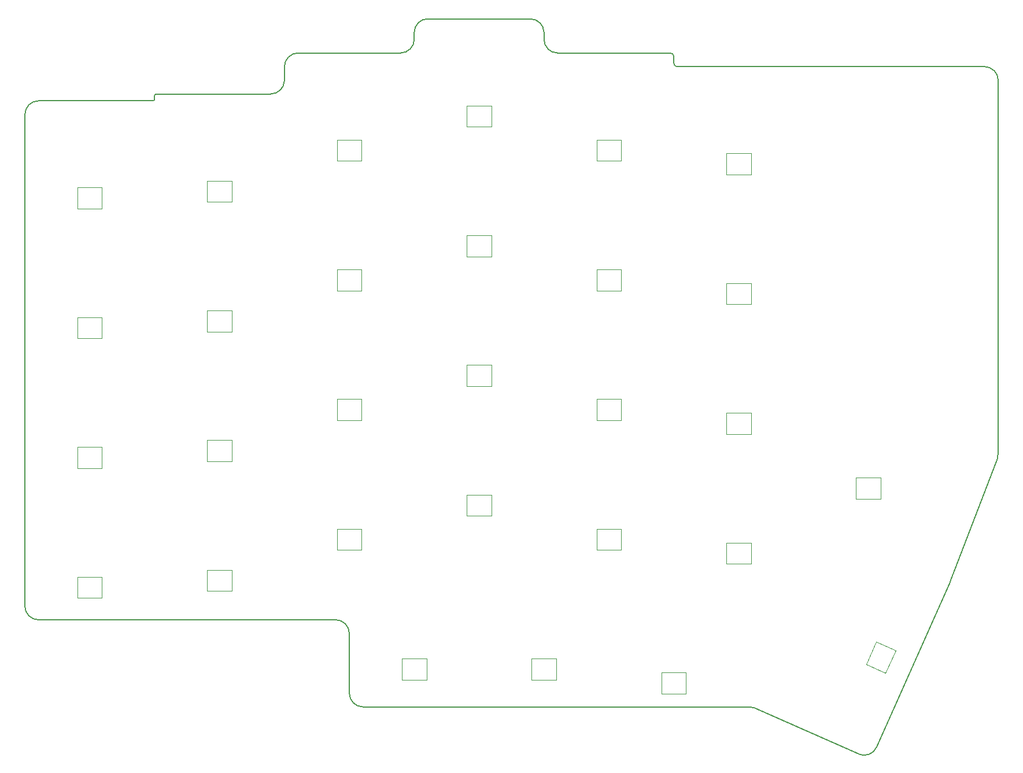
<source format=gbr>
%TF.GenerationSoftware,KiCad,Pcbnew,8.0.6*%
%TF.CreationDate,2024-12-27T20:41:03+01:00*%
%TF.ProjectId,left,6c656674-2e6b-4696-9361-645f70636258,0.1*%
%TF.SameCoordinates,Original*%
%TF.FileFunction,Profile,NP*%
%FSLAX46Y46*%
G04 Gerber Fmt 4.6, Leading zero omitted, Abs format (unit mm)*
G04 Created by KiCad (PCBNEW 8.0.6) date 2024-12-27 20:41:03*
%MOMM*%
%LPD*%
G01*
G04 APERTURE LIST*
%TA.AperFunction,Profile*%
%ADD10C,0.150000*%
%TD*%
%TA.AperFunction,Profile*%
%ADD11C,0.120000*%
%TD*%
G04 APERTURE END LIST*
D10*
X273994253Y-173894581D02*
G75*
G02*
X273952312Y-173996215I-1865053J710181D01*
G01*
X186000000Y-190250136D02*
X186000000Y-181500000D01*
X234000000Y-98500000D02*
X279000000Y-98500000D01*
X260555594Y-199168548D02*
X245413616Y-192426905D01*
X157500000Y-103250000D02*
G75*
G02*
X157250000Y-103500000I-250000J0D01*
G01*
X176500000Y-98500000D02*
G75*
G02*
X178500000Y-96500000I2000000J0D01*
G01*
X279000000Y-98500000D02*
G75*
G02*
X281000000Y-100500000I0J-2000000D01*
G01*
X216500000Y-96500000D02*
G75*
G02*
X214500000Y-94500000I0J2000000D01*
G01*
X140500000Y-179500000D02*
G75*
G02*
X138500000Y-177500000I0J2000000D01*
G01*
X140500000Y-103500000D02*
X157250000Y-103500000D01*
X281000000Y-100500000D02*
X281000000Y-155132033D01*
X233000000Y-96500000D02*
G75*
G02*
X233500000Y-97000000I0J-500000D01*
G01*
X195500000Y-94500000D02*
G75*
G02*
X193500000Y-96500000I-2000000J0D01*
G01*
X195500000Y-94500000D02*
X195500000Y-93500000D01*
X281000000Y-155132033D02*
G75*
G02*
X280869041Y-155843875I-2000300J33D01*
G01*
X216500000Y-96500000D02*
X233000000Y-96500000D01*
X273952311Y-173996215D02*
X263196158Y-198154930D01*
X263196158Y-198154930D02*
G75*
G02*
X260555603Y-199168528I-1827058J813430D01*
G01*
X157750000Y-102500000D02*
X174500000Y-102500000D01*
X280869033Y-155843872D02*
X273994253Y-173894581D01*
X244600279Y-192253996D02*
G75*
G02*
X245413623Y-192426889I-179J-2000404D01*
G01*
X244600279Y-192253996D02*
X187999864Y-192250136D01*
X187999864Y-192250136D02*
G75*
G02*
X186000064Y-190250136I136J1999936D01*
G01*
X184000000Y-179500000D02*
X140500000Y-179500000D01*
X157500000Y-102750000D02*
G75*
G02*
X157750000Y-102500000I250000J0D01*
G01*
X138500000Y-177500000D02*
X138500000Y-105500000D01*
X214500000Y-93500000D02*
X214500000Y-94500000D01*
X184000000Y-179500000D02*
G75*
G02*
X186000000Y-181500000I0J-2000000D01*
G01*
X178500000Y-96500000D02*
X193500000Y-96500000D01*
X197500000Y-91500000D02*
X212500000Y-91500000D01*
X212500000Y-91500000D02*
G75*
G02*
X214500000Y-93500000I0J-2000000D01*
G01*
X157500000Y-103250000D02*
X157500000Y-102750000D01*
X234000000Y-98500000D02*
G75*
G02*
X233500000Y-98000000I0J500000D01*
G01*
X195500000Y-93500000D02*
G75*
G02*
X197500000Y-91500000I2000000J0D01*
G01*
X176500000Y-100500000D02*
G75*
G02*
X174500000Y-102500000I-2000000J0D01*
G01*
X176500000Y-100500000D02*
X176500000Y-98500000D01*
X233500000Y-97000000D02*
X233500000Y-98000000D01*
X138500000Y-105500000D02*
G75*
G02*
X140500000Y-103500000I2000000J0D01*
G01*
%TO.C,LED8*%
D11*
X184200000Y-109200000D02*
X187800000Y-109200000D01*
X187800000Y-112300000D01*
X184200000Y-112300000D01*
X184200000Y-109200000D01*
%TO.C,LED25*%
X244800000Y-152300000D02*
X241200000Y-152300000D01*
X241200000Y-149200000D01*
X244800000Y-149200000D01*
X244800000Y-152300000D01*
%TO.C,LED2*%
X146200000Y-154200000D02*
X149800000Y-154200000D01*
X149800000Y-157300000D01*
X146200000Y-157300000D01*
X146200000Y-154200000D01*
%TO.C,LED5*%
X184200000Y-166200000D02*
X187800000Y-166200000D01*
X187800000Y-169300000D01*
X184200000Y-169300000D01*
X184200000Y-166200000D01*
%TO.C,LED10*%
X222200000Y-147200000D02*
X225800000Y-147200000D01*
X225800000Y-150300000D01*
X222200000Y-150300000D01*
X222200000Y-147200000D01*
%TO.C,LED14*%
X231700000Y-187200000D02*
X235300000Y-187200000D01*
X235300000Y-190300000D01*
X231700000Y-190300000D01*
X231700000Y-187200000D01*
%TO.C,LED4*%
X146200000Y-116200000D02*
X149800000Y-116200000D01*
X149800000Y-119300000D01*
X146200000Y-119300000D01*
X146200000Y-116200000D01*
%TO.C,LED6*%
X184200000Y-147200000D02*
X187800000Y-147200000D01*
X187800000Y-150300000D01*
X184200000Y-150300000D01*
X184200000Y-147200000D01*
%TO.C,LED23*%
X206800000Y-107300000D02*
X203200000Y-107300000D01*
X203200000Y-104200000D01*
X206800000Y-104200000D01*
X206800000Y-107300000D01*
%TO.C,LED7*%
X184200000Y-128200000D02*
X187800000Y-128200000D01*
X187800000Y-131300000D01*
X184200000Y-131300000D01*
X184200000Y-128200000D01*
%TO.C,LED29*%
X265987462Y-184018059D02*
X264523211Y-187306823D01*
X261691220Y-186045939D01*
X263155471Y-182757175D01*
X265987462Y-184018059D01*
%TO.C,LED19*%
X168800000Y-118300000D02*
X165200000Y-118300000D01*
X165200000Y-115200000D01*
X168800000Y-115200000D01*
X168800000Y-118300000D01*
%TO.C,LED28*%
X216300000Y-188300000D02*
X212700000Y-188300000D01*
X212700000Y-185200000D01*
X216300000Y-185200000D01*
X216300000Y-188300000D01*
%TO.C,LED13*%
X193700000Y-185200000D02*
X197300000Y-185200000D01*
X197300000Y-188300000D01*
X193700000Y-188300000D01*
X193700000Y-185200000D01*
%TO.C,LED11*%
X222200000Y-128200000D02*
X225800000Y-128200000D01*
X225800000Y-131300000D01*
X222200000Y-131300000D01*
X222200000Y-128200000D01*
%TO.C,LED9*%
X222200000Y-166200000D02*
X225800000Y-166200000D01*
X225800000Y-169300000D01*
X222200000Y-169300000D01*
X222200000Y-166200000D01*
%TO.C,LED20*%
X206800000Y-164300000D02*
X203200000Y-164300000D01*
X203200000Y-161200000D01*
X206800000Y-161200000D01*
X206800000Y-164300000D01*
%TO.C,LED3*%
X146200000Y-135200000D02*
X149800000Y-135200000D01*
X149800000Y-138300000D01*
X146200000Y-138300000D01*
X146200000Y-135200000D01*
%TO.C,LED1*%
X146200000Y-173200000D02*
X149800000Y-173200000D01*
X149800000Y-176300000D01*
X146200000Y-176300000D01*
X146200000Y-173200000D01*
%TO.C,LED16*%
X168800000Y-175300000D02*
X165200000Y-175300000D01*
X165200000Y-172200000D01*
X168800000Y-172200000D01*
X168800000Y-175300000D01*
%TO.C,LED22*%
X206800000Y-126300000D02*
X203200000Y-126300000D01*
X203200000Y-123200000D01*
X206800000Y-123200000D01*
X206800000Y-126300000D01*
%TO.C,LED21*%
X206800000Y-145300000D02*
X203200000Y-145300000D01*
X203200000Y-142200000D01*
X206800000Y-142200000D01*
X206800000Y-145300000D01*
%TO.C,LED18*%
X168800000Y-137300000D02*
X165200000Y-137300000D01*
X165200000Y-134200000D01*
X168800000Y-134200000D01*
X168800000Y-137300000D01*
%TO.C,LED27*%
X244800000Y-114300000D02*
X241200000Y-114300000D01*
X241200000Y-111200000D01*
X244800000Y-111200000D01*
X244800000Y-114300000D01*
%TO.C,LED24*%
X244800000Y-171300000D02*
X241200000Y-171300000D01*
X241200000Y-168200000D01*
X244800000Y-168200000D01*
X244800000Y-171300000D01*
%TO.C,LED12*%
X222200000Y-109200000D02*
X225800000Y-109200000D01*
X225800000Y-112300000D01*
X222200000Y-112300000D01*
X222200000Y-109200000D01*
%TO.C,LED26*%
X244800000Y-133300000D02*
X241200000Y-133300000D01*
X241200000Y-130200000D01*
X244800000Y-130200000D01*
X244800000Y-133300000D01*
%TO.C,LED17*%
X168800000Y-156300000D02*
X165200000Y-156300000D01*
X165200000Y-153200000D01*
X168800000Y-153200000D01*
X168800000Y-156300000D01*
%TO.C,LED15*%
X260200000Y-158700000D02*
X263800000Y-158700000D01*
X263800000Y-161800000D01*
X260200000Y-161800000D01*
X260200000Y-158700000D01*
%TD*%
M02*

</source>
